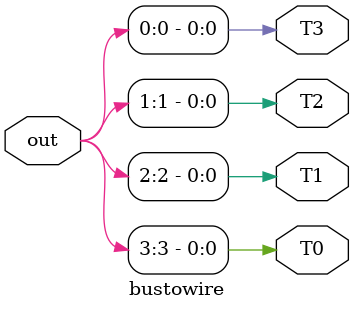
<source format=v>
module bustowire(out, T0, T1, T2, T3);

input [3:0] out;
output T0;
output T1;
output T2;
output T3;


assign T3 = out[0];
assign T2 = out[1];
assign T1 = out[2];
assign T0 = out[3];

endmodule
</source>
